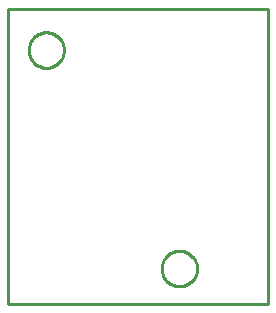
<source format=gbr>
G04 EAGLE Gerber RS-274X export*
G75*
%MOMM*%
%FSLAX34Y34*%
%LPD*%
%IN*%
%IPPOS*%
%AMOC8*
5,1,8,0,0,1.08239X$1,22.5*%
G01*
%ADD10C,0.254000*%


D10*
X0Y0D02*
X220000Y0D01*
X220000Y250000D01*
X0Y250000D01*
X0Y0D01*
X47380Y214464D02*
X47304Y213396D01*
X47151Y212335D01*
X46923Y211288D01*
X46621Y210260D01*
X46247Y209256D01*
X45802Y208281D01*
X45288Y207341D01*
X44709Y206440D01*
X44067Y205582D01*
X43365Y204772D01*
X42608Y204015D01*
X41798Y203313D01*
X40940Y202671D01*
X40039Y202092D01*
X39099Y201578D01*
X38124Y201133D01*
X37120Y200759D01*
X36092Y200457D01*
X35045Y200229D01*
X33984Y200076D01*
X32916Y200000D01*
X31844Y200000D01*
X30776Y200076D01*
X29715Y200229D01*
X28668Y200457D01*
X27640Y200759D01*
X26636Y201133D01*
X25661Y201578D01*
X24721Y202092D01*
X23820Y202671D01*
X22962Y203313D01*
X22152Y204015D01*
X21395Y204772D01*
X20693Y205582D01*
X20051Y206440D01*
X19472Y207341D01*
X18958Y208281D01*
X18513Y209256D01*
X18139Y210260D01*
X17837Y211288D01*
X17609Y212335D01*
X17456Y213396D01*
X17380Y214464D01*
X17380Y215536D01*
X17456Y216604D01*
X17609Y217665D01*
X17837Y218712D01*
X18139Y219740D01*
X18513Y220744D01*
X18958Y221719D01*
X19472Y222659D01*
X20051Y223560D01*
X20693Y224418D01*
X21395Y225228D01*
X22152Y225985D01*
X22962Y226687D01*
X23820Y227329D01*
X24721Y227908D01*
X25661Y228422D01*
X26636Y228867D01*
X27640Y229241D01*
X28668Y229543D01*
X29715Y229771D01*
X30776Y229924D01*
X31844Y230000D01*
X32916Y230000D01*
X33984Y229924D01*
X35045Y229771D01*
X36092Y229543D01*
X37120Y229241D01*
X38124Y228867D01*
X39099Y228422D01*
X40039Y227908D01*
X40940Y227329D01*
X41798Y226687D01*
X42608Y225985D01*
X43365Y225228D01*
X44067Y224418D01*
X44709Y223560D01*
X45288Y222659D01*
X45802Y221719D01*
X46247Y220744D01*
X46621Y219740D01*
X46923Y218712D01*
X47151Y217665D01*
X47304Y216604D01*
X47380Y215536D01*
X47380Y214464D01*
X160000Y29464D02*
X159924Y28396D01*
X159771Y27335D01*
X159543Y26288D01*
X159241Y25260D01*
X158867Y24256D01*
X158422Y23281D01*
X157908Y22341D01*
X157329Y21440D01*
X156687Y20582D01*
X155985Y19772D01*
X155228Y19015D01*
X154418Y18313D01*
X153560Y17671D01*
X152659Y17092D01*
X151719Y16578D01*
X150744Y16133D01*
X149740Y15759D01*
X148712Y15457D01*
X147665Y15229D01*
X146604Y15076D01*
X145536Y15000D01*
X144464Y15000D01*
X143396Y15076D01*
X142335Y15229D01*
X141288Y15457D01*
X140260Y15759D01*
X139256Y16133D01*
X138281Y16578D01*
X137341Y17092D01*
X136440Y17671D01*
X135582Y18313D01*
X134772Y19015D01*
X134015Y19772D01*
X133313Y20582D01*
X132671Y21440D01*
X132092Y22341D01*
X131578Y23281D01*
X131133Y24256D01*
X130759Y25260D01*
X130457Y26288D01*
X130229Y27335D01*
X130076Y28396D01*
X130000Y29464D01*
X130000Y30536D01*
X130076Y31604D01*
X130229Y32665D01*
X130457Y33712D01*
X130759Y34740D01*
X131133Y35744D01*
X131578Y36719D01*
X132092Y37659D01*
X132671Y38560D01*
X133313Y39418D01*
X134015Y40228D01*
X134772Y40985D01*
X135582Y41687D01*
X136440Y42329D01*
X137341Y42908D01*
X138281Y43422D01*
X139256Y43867D01*
X140260Y44241D01*
X141288Y44543D01*
X142335Y44771D01*
X143396Y44924D01*
X144464Y45000D01*
X145536Y45000D01*
X146604Y44924D01*
X147665Y44771D01*
X148712Y44543D01*
X149740Y44241D01*
X150744Y43867D01*
X151719Y43422D01*
X152659Y42908D01*
X153560Y42329D01*
X154418Y41687D01*
X155228Y40985D01*
X155985Y40228D01*
X156687Y39418D01*
X157329Y38560D01*
X157908Y37659D01*
X158422Y36719D01*
X158867Y35744D01*
X159241Y34740D01*
X159543Y33712D01*
X159771Y32665D01*
X159924Y31604D01*
X160000Y30536D01*
X160000Y29464D01*
M02*

</source>
